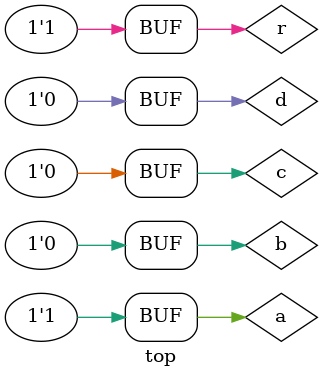
<source format=v>
module top;

reg        a,b,c,d,r;
wire [4:0] out;

tutorial duv(
	.a(a) ,
	.b(b) ,
	.c(c) ,
	.d(d) ,
	.r(r) ,
	.out(out)
);

initial begin
  a = 0;
  b = 0;
  c = 0;
  d = 0;
  r = 0;
  #100
  a = 1;
  b = 0;
  c = 0;
  d = 0;
  r = 1;
  #100
  a = 1;
  b = 1;
  c = 0;
  d = 0;
  r = 1;
  #100 ;
  a = 1;      
  b = 0;
  c = 0;
  d = 0;     
  r = 1;
 #100;
end

endmodule

 

</source>
